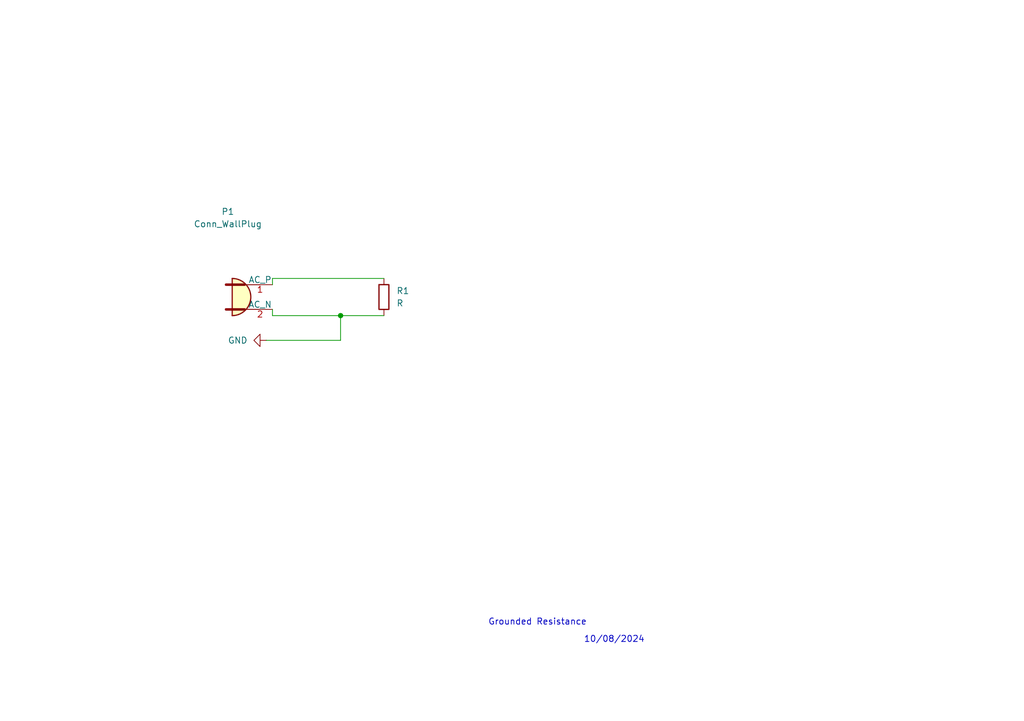
<source format=kicad_sch>
(kicad_sch (version 20231120) (generator "eeschema") (generator_version "8.0")
  (paper "A5")
  (lib_symbols
    (symbol "Connector:Conn_WallPlug" (pin_names (offset 0))
      (property "Reference" "P" (at -1.27 4.445 0))
      (property "Value" "Conn_WallPlug" (at -5.715 0 90))
      (symbol "Conn_WallPlug_0_1"
        (arc (start -3.175 -3.81) (mid 0.6184 0) (end -3.175 3.81) (stroke (width 0.254)) (fill (type background)))
        (polyline (pts (xy -4.445 -2.54) (xy -0.635 -2.54)) (stroke (width 0.508)))
        (polyline (pts (xy -4.445 2.54) (xy -0.635 2.54)) (stroke (width 0.508)))
        (polyline (pts (xy -3.175 -3.81) (xy -3.175 3.81)) (stroke (width 0.254)))
        (polyline (pts (xy -0.635 -2.54) (xy 2.54 -2.54)))
        (polyline (pts (xy -0.635 2.54) (xy 2.54 2.54)))
      )
      (symbol "Conn_WallPlug_1_1"
        (pin power_out line (at 5.08 2.54 180) (length 5.08) (name "AC_P") (number "1"))
        (pin power_out line (at 5.08 -2.54 180) (length 5.08) (name "AC_N") (number "2"))
      )
    )
    (symbol "Device:R" (pin_numbers hide) (pin_names (offset 0))
      (property "Reference" "R" (at 2.032 0 90))
      (property "Value" "R" (at 0 0 90))
      (symbol "R_0_1"
        (rectangle (start -1.016 -2.54) (end 1.016 2.54) (stroke (width 0.254)))
      )
      (symbol "R_1_1"
        (pin passive line (at 0 3.81 270) (length 1.27) (name "~") (number "1"))
        (pin passive line (at 0 -3.81 90) (length 1.27) (name "~") (number "2"))
      )
    )
    (symbol "power:GND" (power) (pin_numbers hide) (pin_names (offset 0) hide)
      (property "Value" "GND" (at 0 -3.81 0))
      (symbol "GND_0_1"
        (polyline (pts (xy 0 0) (xy 0 -1.27) (xy 1.27 -1.27) (xy 0 -2.54) (xy -1.27 -1.27) (xy 0 -1.27)))
      )
      (symbol "GND_1_1"
        (pin power_in line (at 0 0 270) (length 0) (name "~") (number "1"))
      )
    )
  )
  (junction (at 69.85 64.77))
  (wire (pts (xy 55.88 64.77) (xy 69.85 64.77)))
  (wire (pts (xy 69.85 64.77) (xy 78.74 64.77)))
  (wire (pts (xy 55.88 57.15) (xy 78.74 57.15)))
  (wire (pts (xy 54.61 69.85) (xy 69.85 69.85)))
  (wire (pts (xy 69.85 69.85) (xy 69.85 64.77)))
  (wire (pts (xy 55.88 58.42) (xy 55.88 57.15)))
  (wire (pts (xy 55.88 63.5) (xy 55.88 64.77)))
  (text "10/08/2024" (at 125.984 131.318 0) (effects (font (size 1.27 1.27))))
  (text "Grounded Resistance" (at 110.236 127.762 0) (effects (font (size 1.27 1.27))))
  (symbol (lib_id "Connector:Conn_WallPlug") (at 50.8 60.96 0) (unit 1)
    (property "Reference" "P1" (at 46.736 43.434 0))
    (property "Value" "Conn_WallPlug" (at 46.736 45.974 0))
    (property "Description" "3-pin general wall plug, no Earth wire (110VAC, 220VAC)" (effects (hide yes)))
  )
  (symbol (lib_id "power:GND") (at 54.61 69.85 270) (unit 1)
    (property "Reference" "#PWR01" (effects (hide yes)))
    (property "Value" "GND" (at 50.8 69.8499 90) (effects (justify right)))
    (property "Description" "Power symbol creates a global label with name \"GND\" , ground" (effects (hide yes)))
  )
  (symbol (lib_id "Device:R") (at 78.74 60.96 0) (unit 1)
    (property "Reference" "R1" (at 81.28 59.6899 0) (effects (justify left)))
    (property "Value" "R" (at 81.28 62.2299 0) (effects (justify left)))
    (property "Description" "Resistor" (effects (hide yes)))
  )
)
</source>
